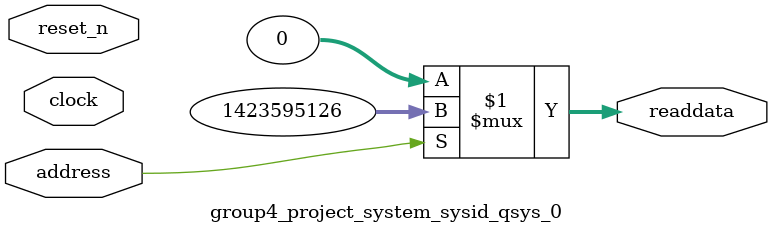
<source format=v>

`timescale 1ns / 1ps
// synthesis translate_on

// turn off superfluous verilog processor warnings 
// altera message_level Level1 
// altera message_off 10034 10035 10036 10037 10230 10240 10030 

module group4_project_system_sysid_qsys_0 (
               // inputs:
                address,
                clock,
                reset_n,

               // outputs:
                readdata
             )
;

  output  [ 31: 0] readdata;
  input            address;
  input            clock;
  input            reset_n;

  wire    [ 31: 0] readdata;
  //control_slave, which is an e_avalon_slave
  assign readdata = address ? 1423595126 : 0;

endmodule




</source>
